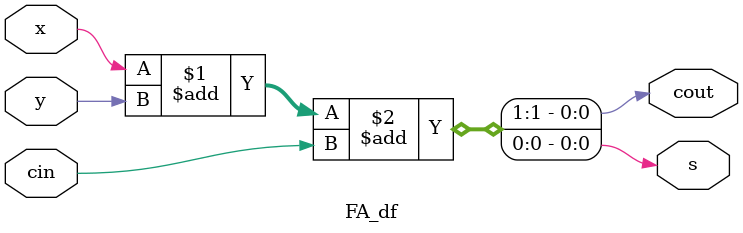
<source format=v>
module FA_df (s,cout,x,y,cin);
output s, cout;
input x,y,cin;

assign {cout, s} = x + y + cin;
endmodule

</source>
